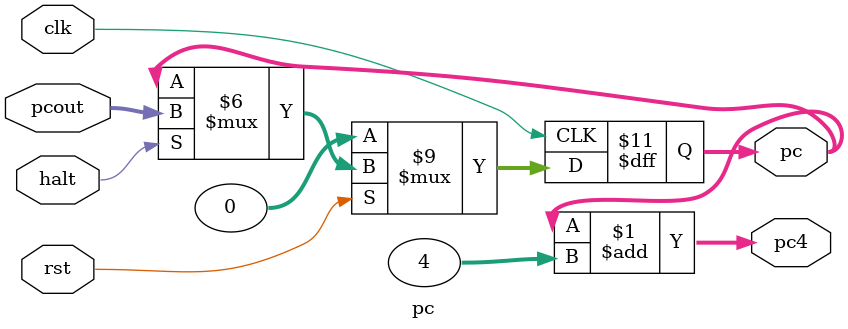
<source format=v>
`timescale 1ns / 1ps
module pc(
    clk,rst,halt,pcout,pc,pc4
    );
    input clk,rst,halt;
    input [31:0] pcout;
    output reg[31:0] pc;
    output [31:0] pc4;
    assign pc4 = pc + 4;
    initial begin
        pc <= 0;
    end
    always@(posedge clk) begin
        if(0==rst) begin
            pc <= 0;
        end
        else begin
            if(halt) begin
                pc <= pcout;
            end
            //µÍµçÆ½Í£»ú
            else begin
                pc <= pc;
            end 
        end
    end
endmodule

</source>
